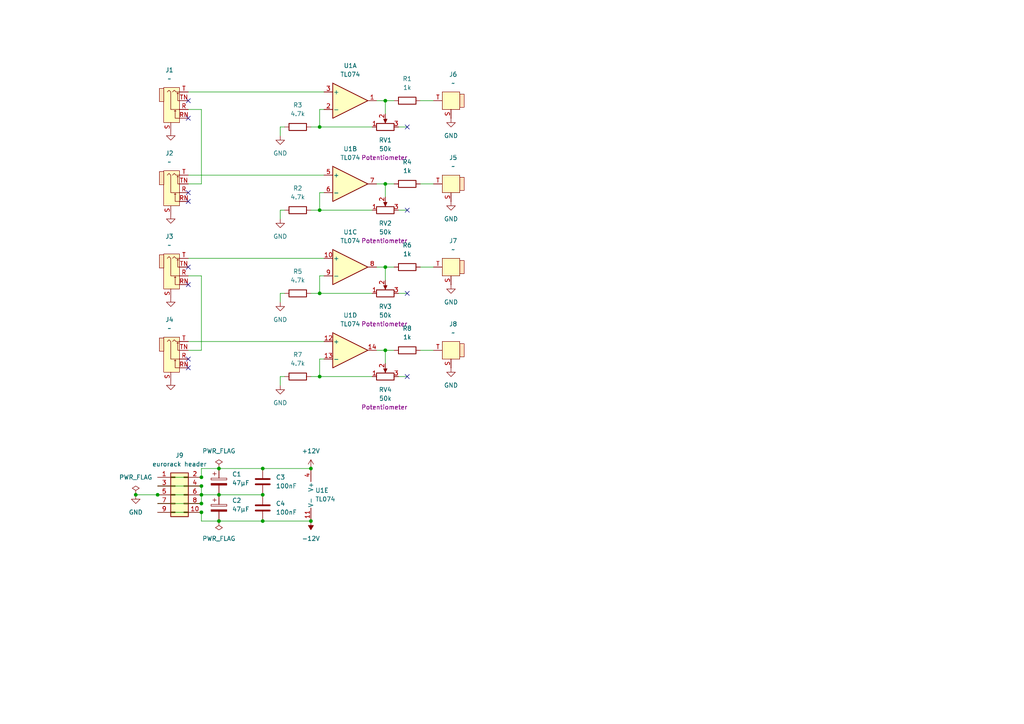
<source format=kicad_sch>
(kicad_sch (version 20250114) (generator "eeschema") (generator_version "9.0")
  (paper "A4")
  (lib_symbols
    (symbol "Amplifier_Operational:TL074" (pin_names (offset 0.127))
      (property "Reference" "U" (at 0 5.08 0))
      (property "Value" "TL074" (at 0 -5.08 0))
      (symbol "TL074_1_1"
        (polyline (pts (xy -5.08 5.08) (xy 5.08 0) (xy -5.08 -5.08) (xy -5.08 5.08)) (stroke (width 0.254)) (fill (type background)))
        (pin input line (at -7.62 2.54 0) (length 2.54) (name "+") (number "3"))
        (pin input line (at -7.62 -2.54 0) (length 2.54) (name "-") (number "2"))
        (pin output line (at 7.62 0 180) (length 2.54) (name "~") (number "1"))
      )
      (symbol "TL074_2_1"
        (polyline (pts (xy -5.08 5.08) (xy 5.08 0) (xy -5.08 -5.08) (xy -5.08 5.08)) (stroke (width 0.254)) (fill (type background)))
        (pin input line (at -7.62 2.54 0) (length 2.54) (name "+") (number "5"))
        (pin input line (at -7.62 -2.54 0) (length 2.54) (name "-") (number "6"))
        (pin output line (at 7.62 0 180) (length 2.54) (name "~") (number "7"))
      )
      (symbol "TL074_3_1"
        (polyline (pts (xy -5.08 5.08) (xy 5.08 0) (xy -5.08 -5.08) (xy -5.08 5.08)) (stroke (width 0.254)) (fill (type background)))
        (pin input line (at -7.62 2.54 0) (length 2.54) (name "+") (number "10"))
        (pin input line (at -7.62 -2.54 0) (length 2.54) (name "-") (number "9"))
        (pin output line (at 7.62 0 180) (length 2.54) (name "~") (number "8"))
      )
      (symbol "TL074_4_1"
        (polyline (pts (xy -5.08 5.08) (xy 5.08 0) (xy -5.08 -5.08) (xy -5.08 5.08)) (stroke (width 0.254)) (fill (type background)))
        (pin input line (at -7.62 2.54 0) (length 2.54) (name "+") (number "12"))
        (pin input line (at -7.62 -2.54 0) (length 2.54) (name "-") (number "13"))
        (pin output line (at 7.62 0 180) (length 2.54) (name "~") (number "14"))
      )
      (symbol "TL074_5_1"
        (pin power_in line (at -2.54 7.62 270) (length 3.81) (name "V+") (number "4"))
        (pin power_in line (at -2.54 -7.62 90) (length 3.81) (name "V-") (number "11"))
      )
    )
    (symbol "Connector_Generic:Conn_02x05_Odd_Even" (pin_names (offset 1.016) (hide yes))
      (property "Reference" "J" (at 1.27 7.62 0))
      (property "Value" "Conn_02x05_Odd_Even" (at 1.27 -7.62 0))
      (symbol "Conn_02x05_Odd_Even_1_1"
        (rectangle (start -1.27 6.35) (end 3.81 -6.35) (stroke (width 0.254)) (fill (type background)))
        (rectangle (start -1.27 5.207) (end 0 4.953) (stroke (width 0.1524)))
        (rectangle (start -1.27 2.667) (end 0 2.413) (stroke (width 0.1524)))
        (rectangle (start -1.27 0.127) (end 0 -0.127) (stroke (width 0.1524)))
        (rectangle (start -1.27 -2.413) (end 0 -2.667) (stroke (width 0.1524)))
        (rectangle (start -1.27 -4.953) (end 0 -5.207) (stroke (width 0.1524)))
        (rectangle (start 3.81 5.207) (end 2.54 4.953) (stroke (width 0.1524)))
        (rectangle (start 3.81 2.667) (end 2.54 2.413) (stroke (width 0.1524)))
        (rectangle (start 3.81 0.127) (end 2.54 -0.127) (stroke (width 0.1524)))
        (rectangle (start 3.81 -2.413) (end 2.54 -2.667) (stroke (width 0.1524)))
        (rectangle (start 3.81 -4.953) (end 2.54 -5.207) (stroke (width 0.1524)))
        (pin passive line (at -5.08 5.08 0) (length 3.81) (name "Pin_1") (number "1"))
        (pin passive line (at -5.08 2.54 0) (length 3.81) (name "Pin_3") (number "3"))
        (pin passive line (at -5.08 0 0) (length 3.81) (name "Pin_5") (number "5"))
        (pin passive line (at -5.08 -2.54 0) (length 3.81) (name "Pin_7") (number "7"))
        (pin passive line (at -5.08 -5.08 0) (length 3.81) (name "Pin_9") (number "9"))
        (pin passive line (at 7.62 5.08 180) (length 3.81) (name "Pin_2") (number "2"))
        (pin passive line (at 7.62 2.54 180) (length 3.81) (name "Pin_4") (number "4"))
        (pin passive line (at 7.62 0 180) (length 3.81) (name "Pin_6") (number "6"))
        (pin passive line (at 7.62 -2.54 180) (length 3.81) (name "Pin_8") (number "8"))
        (pin passive line (at 7.62 -5.08 180) (length 3.81) (name "Pin_10") (number "10"))
      )
    )
    (symbol "Device:C" (pin_numbers (hide yes)) (pin_names (offset 0.254))
      (property "Reference" "C" (at 0.635 2.54 0))
      (property "Value" "C" (at 0.635 -2.54 0))
      (symbol "C_0_1"
        (polyline (pts (xy -2.032 0.762) (xy 2.032 0.762)) (stroke (width 0.508)))
        (polyline (pts (xy -2.032 -0.762) (xy 2.032 -0.762)) (stroke (width 0.508)))
      )
      (symbol "C_1_1"
        (pin passive line (at 0 3.81 270) (length 2.794) (name "~") (number "1"))
        (pin passive line (at 0 -3.81 90) (length 2.794) (name "~") (number "2"))
      )
    )
    (symbol "Device:C_Polarized" (pin_numbers (hide yes)) (pin_names (offset 0.254))
      (property "Reference" "C" (at 0.635 2.54 0))
      (property "Value" "C_Polarized" (at 0.635 -2.54 0))
      (symbol "C_Polarized_0_1"
        (rectangle (start -2.286 0.508) (end 2.286 1.016))
        (polyline (pts (xy -1.778 2.286) (xy -0.762 2.286)))
        (polyline (pts (xy -1.27 2.794) (xy -1.27 1.778)))
        (rectangle (start 2.286 -0.508) (end -2.286 -1.016) (fill (type outline)))
      )
      (symbol "C_Polarized_1_1"
        (pin passive line (at 0 3.81 270) (length 2.794) (name "~") (number "1"))
        (pin passive line (at 0 -3.81 90) (length 2.794) (name "~") (number "2"))
      )
    )
    (symbol "Device:R" (pin_numbers (hide yes)) (pin_names (offset 0))
      (property "Reference" "R" (at 2.032 0 90))
      (property "Value" "R" (at 0 0 90))
      (symbol "R_0_1"
        (rectangle (start -1.016 -2.54) (end 1.016 2.54) (stroke (width 0.254)))
      )
      (symbol "R_1_1"
        (pin passive line (at 0 3.81 270) (length 1.27) (name "~") (number "1"))
        (pin passive line (at 0 -3.81 90) (length 1.27) (name "~") (number "2"))
      )
    )
    (symbol "Device:R_Potentiometer" (pin_names (offset 1.016) (hide yes))
      (property "Reference" "RV" (at -4.445 0 90))
      (property "Value" "R_Potentiometer" (at -2.54 0 90))
      (symbol "R_Potentiometer_0_1"
        (rectangle (start 1.016 2.54) (end -1.016 -2.54) (stroke (width 0.254)))
        (polyline (pts (xy 1.143 0) (xy 2.286 0.508) (xy 2.286 -0.508) (xy 1.143 0)) (fill (type outline)))
        (polyline (pts (xy 2.54 0) (xy 1.524 0)))
      )
      (symbol "R_Potentiometer_1_1"
        (pin passive line (at 0 3.81 270) (length 1.27) (name "1") (number "1"))
        (pin passive line (at 0 -3.81 90) (length 1.27) (name "3") (number "3"))
        (pin passive line (at 3.81 0 180) (length 1.27) (name "2") (number "2"))
      )
    )
    (symbol "cynthia:6.35_mm_jack_socket_mono" (pin_names (offset 0) (hide yes))
      (property "Reference" "J" (at 0 4.064 0))
      (symbol "6.35_mm_jack_socket_mono_1_1"
        (rectangle (start -3.81 1.905) (end -2.54 -1.905) (fill (type color) (color 255 229 191 1)))
        (rectangle (start -2.54 2.54) (end 2.54 -2.54) (fill (type color) (color 255 255 194 1)))
        (pin passive line (at 0 -5.08 90) (length 2.54) (name "S") (number "S"))
        (pin output line (at 5.08 0 180) (length 2.54) (name "T") (number "T"))
      )
    )
    (symbol "cynthia:6.35_mm_jack_socket_stereo_switched" (pin_names (offset 0) (hide yes))
      (property "Reference" "J" (at 0 4.064 0))
      (symbol "6.35_mm_jack_socket_stereo_switched_0_1"
        (polyline (pts (xy 2.54 1.27) (xy 1.524 1.27) (xy 1.27 1.524) (xy 1.016 1.778) (xy 0.508 1.27)))
        (polyline (pts (xy 2.54 -1.27) (xy 2.032 -1.27) (xy 2.032 1.016) (xy 1.778 0.762) (xy 2.032 1.016) (xy 2.286 0.762)))
        (polyline (pts (xy 2.54 -3.81) (xy 0 -3.81) (xy 0 1.27) (xy -0.508 1.778) (xy -1.016 1.27)))
        (polyline (pts (xy 2.54 -6.35) (xy 1.27 -6.35) (xy 1.27 -4.064) (xy 1.016 -4.318) (xy 1.27 -4.064) (xy 1.524 -4.318)))
      )
      (symbol "6.35_mm_jack_socket_stereo_switched_1_1"
        (rectangle (start -3.302 2.286) (end -2.032 -1.524) (fill (type color) (color 255 229 191 1)))
        (rectangle (start -2.032 2.54) (end 2.54 -7.62) (fill (type color) (color 255 255 194 1)))
        (pin passive line (at 0 -10.16 90) (length 2.54) (name "S") (number "S"))
        (pin bidirectional line (at 5.08 1.27 180) (length 2.54) (name "T") (number "T"))
        (pin bidirectional line (at 5.08 -1.27 180) (length 2.54) (name "TN") (number "TN"))
        (pin bidirectional line (at 5.08 -3.81 180) (length 2.54) (name "R") (number "R"))
        (pin bidirectional line (at 5.08 -6.35 180) (length 2.54) (name "RN") (number "RN"))
      )
    )
    (symbol "power:+12V" (power) (pin_numbers (hide yes)) (pin_names (offset 0) (hide yes))
      (property "Value" "+12V" (at 0 3.556 0))
      (symbol "+12V_0_1"
        (polyline (pts (xy -0.762 1.27) (xy 0 2.54)))
        (polyline (pts (xy 0 2.54) (xy 0.762 1.27)))
        (polyline (pts (xy 0 0) (xy 0 2.54)))
      )
      (symbol "+12V_1_1"
        (pin power_in line (at 0 0 90) (length 0) (name "~") (number "1"))
      )
    )
    (symbol "power:-12V" (power) (pin_numbers (hide yes)) (pin_names (offset 0) (hide yes))
      (property "Value" "-12V" (at 0 3.556 0))
      (symbol "-12V_0_0"
        (pin power_in line (at 0 0 90) (length 0) (name "~") (number "1"))
      )
      (symbol "-12V_0_1"
        (polyline (pts (xy 0 0) (xy 0 1.27) (xy 0.762 1.27) (xy 0 2.54) (xy -0.762 1.27) (xy 0 1.27)) (fill (type outline)))
      )
    )
    (symbol "power:GND" (power) (pin_numbers (hide yes)) (pin_names (offset 0) (hide yes))
      (property "Value" "GND" (at 0 -3.81 0))
      (symbol "GND_0_1"
        (polyline (pts (xy 0 0) (xy 0 -1.27) (xy 1.27 -1.27) (xy 0 -2.54) (xy -1.27 -1.27) (xy 0 -1.27)))
      )
      (symbol "GND_1_1"
        (pin power_in line (at 0 0 270) (length 0) (name "~") (number "1"))
      )
    )
    (symbol "power:PWR_FLAG" (power) (pin_numbers (hide yes)) (pin_names (offset 0) (hide yes))
      (property "Value" "PWR_FLAG" (at 0 3.81 0))
      (symbol "PWR_FLAG_0_0"
        (pin power_out line (at 0 0 90) (length 0) (name "~") (number "1"))
      )
      (symbol "PWR_FLAG_0_1"
        (polyline (pts (xy 0 0) (xy 0 1.27) (xy -1.016 1.905) (xy 0 2.54) (xy 1.016 1.905) (xy 0 1.27)))
      )
    )
  )
  (junction (at 58.42 148.59))
  (junction (at 76.2 143.51))
  (junction (at 90.17 151.13))
  (junction (at 63.5 151.13))
  (junction (at 92.71 109.22))
  (junction (at 90.17 135.89))
  (junction (at 63.5 143.51))
  (junction (at 92.71 36.83))
  (junction (at 111.76 29.21))
  (junction (at 63.5 135.89))
  (junction (at 111.76 53.34))
  (junction (at 58.42 143.51))
  (junction (at 76.2 151.13))
  (junction (at 92.71 85.09))
  (junction (at 111.76 77.47))
  (junction (at 39.37 143.51))
  (junction (at 111.76 101.6))
  (junction (at 92.71 60.96))
  (junction (at 58.42 140.97))
  (junction (at 58.42 146.05))
  (junction (at 45.72 143.51))
  (junction (at 58.42 138.43))
  (junction (at 76.2 135.89))
  (no_connect (at 54.61 106.68))
  (no_connect (at 54.61 58.42))
  (no_connect (at 118.11 60.96))
  (no_connect (at 54.61 104.14))
  (no_connect (at 118.11 109.22))
  (no_connect (at 54.61 77.47))
  (no_connect (at 54.61 29.21))
  (no_connect (at 54.61 82.55))
  (no_connect (at 54.61 34.29))
  (no_connect (at 118.11 36.83))
  (no_connect (at 54.61 55.88))
  (no_connect (at 118.11 85.09))
  (wire (pts (xy 92.71 36.83) (xy 107.95 36.83)))
  (wire (pts (xy 115.57 60.96) (xy 118.11 60.96)))
  (wire (pts (xy 54.61 26.67) (xy 93.98 26.67)))
  (wire (pts (xy 114.3 53.34) (xy 111.76 53.34)))
  (wire (pts (xy 54.61 31.75) (xy 58.42 31.75)))
  (wire (pts (xy 81.28 111.76) (xy 81.28 109.22)))
  (wire (pts (xy 111.76 101.6) (xy 111.76 105.41)))
  (wire (pts (xy 111.76 77.47) (xy 109.22 77.47)))
  (wire (pts (xy 45.72 146.05) (xy 58.42 146.05)))
  (wire (pts (xy 63.5 151.13) (xy 76.2 151.13)))
  (wire (pts (xy 39.37 143.51) (xy 45.72 143.51)))
  (wire (pts (xy 58.42 146.05) (xy 58.42 143.51)))
  (wire (pts (xy 92.71 104.14) (xy 92.71 109.22)))
  (wire (pts (xy 58.42 135.89) (xy 63.5 135.89)))
  (wire (pts (xy 115.57 36.83) (xy 118.11 36.83)))
  (wire (pts (xy 92.71 85.09) (xy 107.95 85.09)))
  (wire (pts (xy 63.5 143.51) (xy 76.2 143.51)))
  (wire (pts (xy 54.61 50.8) (xy 93.98 50.8)))
  (wire (pts (xy 115.57 109.22) (xy 118.11 109.22)))
  (wire (pts (xy 92.71 80.01) (xy 93.98 80.01)))
  (wire (pts (xy 92.71 55.88) (xy 93.98 55.88)))
  (wire (pts (xy 114.3 101.6) (xy 111.76 101.6)))
  (wire (pts (xy 90.17 36.83) (xy 92.71 36.83)))
  (wire (pts (xy 92.71 104.14) (xy 93.98 104.14)))
  (wire (pts (xy 111.76 29.21) (xy 109.22 29.21)))
  (wire (pts (xy 125.73 77.47) (xy 121.92 77.47)))
  (wire (pts (xy 111.76 77.47) (xy 111.76 81.28)))
  (wire (pts (xy 81.28 60.96) (xy 82.55 60.96)))
  (wire (pts (xy 58.42 135.89) (xy 58.42 138.43)))
  (wire (pts (xy 111.76 53.34) (xy 111.76 57.15)))
  (wire (pts (xy 54.61 74.93) (xy 93.98 74.93)))
  (wire (pts (xy 81.28 109.22) (xy 82.55 109.22)))
  (wire (pts (xy 76.2 135.89) (xy 90.17 135.89)))
  (wire (pts (xy 81.28 85.09) (xy 82.55 85.09)))
  (wire (pts (xy 45.72 143.51) (xy 58.42 143.51)))
  (wire (pts (xy 76.2 151.13) (xy 90.17 151.13)))
  (wire (pts (xy 90.17 85.09) (xy 92.71 85.09)))
  (wire (pts (xy 45.72 138.43) (xy 58.42 138.43)))
  (wire (pts (xy 58.42 143.51) (xy 63.5 143.51)))
  (wire (pts (xy 54.61 80.01) (xy 58.42 80.01)))
  (wire (pts (xy 111.76 101.6) (xy 109.22 101.6)))
  (wire (pts (xy 90.17 60.96) (xy 92.71 60.96)))
  (wire (pts (xy 114.3 77.47) (xy 111.76 77.47)))
  (wire (pts (xy 92.71 31.75) (xy 93.98 31.75)))
  (wire (pts (xy 58.42 80.01) (xy 58.42 101.6)))
  (wire (pts (xy 92.71 55.88) (xy 92.71 60.96)))
  (wire (pts (xy 111.76 29.21) (xy 111.76 33.02)))
  (wire (pts (xy 58.42 101.6) (xy 54.61 101.6)))
  (wire (pts (xy 92.71 109.22) (xy 107.95 109.22)))
  (wire (pts (xy 54.61 99.06) (xy 93.98 99.06)))
  (wire (pts (xy 111.76 53.34) (xy 109.22 53.34)))
  (wire (pts (xy 115.57 85.09) (xy 118.11 85.09)))
  (wire (pts (xy 58.42 143.51) (xy 58.42 140.97)))
  (wire (pts (xy 81.28 87.63) (xy 81.28 85.09)))
  (wire (pts (xy 45.72 140.97) (xy 58.42 140.97)))
  (wire (pts (xy 121.92 53.34) (xy 125.73 53.34)))
  (wire (pts (xy 58.42 151.13) (xy 63.5 151.13)))
  (wire (pts (xy 81.28 36.83) (xy 82.55 36.83)))
  (wire (pts (xy 90.17 109.22) (xy 92.71 109.22)))
  (wire (pts (xy 125.73 101.6) (xy 121.92 101.6)))
  (wire (pts (xy 58.42 148.59) (xy 58.42 151.13)))
  (wire (pts (xy 92.71 60.96) (xy 107.95 60.96)))
  (wire (pts (xy 92.71 31.75) (xy 92.71 36.83)))
  (wire (pts (xy 125.73 29.21) (xy 121.92 29.21)))
  (wire (pts (xy 58.42 53.34) (xy 54.61 53.34)))
  (wire (pts (xy 58.42 31.75) (xy 58.42 53.34)))
  (wire (pts (xy 114.3 29.21) (xy 111.76 29.21)))
  (wire (pts (xy 81.28 63.5) (xy 81.28 60.96)))
  (wire (pts (xy 92.71 80.01) (xy 92.71 85.09)))
  (wire (pts (xy 81.28 39.37) (xy 81.28 36.83)))
  (wire (pts (xy 45.72 148.59) (xy 58.42 148.59)))
  (wire (pts (xy 63.5 135.89) (xy 76.2 135.89)))
  (symbol (lib_id "power:-12V") (at 90.17 151.13 180) (unit 1)
    (property "Reference" "#PWR015" (effects (hide yes)))
    (property "Value" "-12V" (at 90.17 156.21 0))
    (property "Description" "Power symbol creates a global label with name \"-12V\"" (effects (hide yes)))
  )
  (symbol (lib_id "power:GND") (at 39.37 143.51 0) (unit 1)
    (property "Reference" "#PWR013" (effects (hide yes)))
    (property "Value" "GND" (at 39.37 148.59 0))
    (property "Description" "Power symbol creates a global label with name \"GND\" , ground" (effects (hide yes)))
  )
  (symbol (lib_id "Device:R") (at 118.11 53.34 90) (unit 1)
    (property "Reference" "R4" (at 118.11 46.99 90))
    (property "Value" "1k" (at 118.11 49.53 90))
    (property "Description" "Resistor" (effects (hide yes)))
  )
  (symbol (lib_id "Amplifier_Operational:TL074") (at 101.6 101.6 0) (unit 4)
    (property "Reference" "U1" (at 101.6 91.44 0))
    (property "Value" "TL074" (at 101.6 93.98 0))
    (property "Footprint" "Package_DIP:DIP-14_W7.62mm_Socket" (effects (hide yes)))
    (property "Datasheet" "http://www.ti.com/lit/ds/symlink/tl071.pdf" (effects (hide yes)))
    (property "Description" "Quad Low-Noise JFET-Input Operational Amplifiers, DIP-14/SOIC-14" (effects (hide yes)))
  )
  (symbol (lib_id "cynthia:6.35_mm_jack_socket_mono") (at 130.81 29.21 0) (mirror y) (unit 1)
    (property "Reference" "J6" (at 131.445 21.59 0))
    (property "Value" "~" (at 131.445 24.13 0))
  )
  (symbol (lib_id "Device:R") (at 118.11 29.21 90) (unit 1)
    (property "Reference" "R1" (at 118.11 22.86 90))
    (property "Value" "1k" (at 118.11 25.4 90))
    (property "Description" "Resistor" (effects (hide yes)))
  )
  (symbol (lib_id "power:GND") (at 81.28 111.76 0) (unit 1)
    (property "Reference" "#PWR04" (effects (hide yes)))
    (property "Value" "GND" (at 81.28 116.84 0))
    (property "Description" "Power symbol creates a global label with name \"GND\" , ground" (effects (hide yes)))
  )
  (symbol (lib_id "cynthia:6.35_mm_jack_socket_mono") (at 130.81 101.6 0) (mirror y) (unit 1)
    (property "Reference" "J8" (at 131.445 93.98 0))
    (property "Value" "~" (at 131.445 96.52 0))
  )
  (symbol (lib_id "cynthia:6.35_mm_jack_socket_mono") (at 130.81 77.47 0) (mirror y) (unit 1)
    (property "Reference" "J7" (at 131.445 69.85 0))
    (property "Value" "~" (at 131.445 72.39 0))
  )
  (symbol (lib_id "power:GND") (at 49.53 86.36 0) (unit 1)
    (property "Reference" "#PWR07" (effects (hide yes)))
    (property "Value" "GND" (effects (hide yes)))
    (property "Description" "Power symbol creates a global label with name \"GND\" , ground" (effects (hide yes)))
  )
  (symbol (lib_id "power:GND") (at 81.28 39.37 0) (unit 1)
    (property "Reference" "#PWR01" (effects (hide yes)))
    (property "Value" "GND" (at 81.28 44.45 0))
    (property "Description" "Power symbol creates a global label with name \"GND\" , ground" (effects (hide yes)))
  )
  (symbol (lib_id "power:GND") (at 49.53 62.23 0) (unit 1)
    (property "Reference" "#PWR06" (effects (hide yes)))
    (property "Value" "GND" (effects (hide yes)))
    (property "Description" "Power symbol creates a global label with name \"GND\" , ground" (effects (hide yes)))
  )
  (symbol (lib_id "Device:C") (at 76.2 139.7 0) (unit 1)
    (property "Reference" "C3" (at 80.01 138.4299 0) (effects (justify left)))
    (property "Value" "100nF" (at 80.01 140.9699 0) (effects (justify left)))
    (property "Description" "Unpolarized capacitor" (effects (hide yes)))
  )
  (symbol (lib_id "cynthia:6.35_mm_jack_socket_stereo_switched") (at 49.53 100.33 0) (unit 1)
    (property "Reference" "J4" (at 49.149 92.71 0))
    (property "Value" "~" (at 49.149 95.25 0))
  )
  (symbol (lib_id "power:GND") (at 130.81 58.42 0) (unit 1)
    (property "Reference" "#PWR010" (effects (hide yes)))
    (property "Value" "GND" (at 130.81 63.5 0))
    (property "Description" "Power symbol creates a global label with name \"GND\" , ground" (effects (hide yes)))
  )
  (symbol (lib_id "Amplifier_Operational:TL074") (at 101.6 53.34 0) (unit 2)
    (property "Reference" "U1" (at 101.6 43.18 0))
    (property "Value" "TL074" (at 101.6 45.72 0))
    (property "Footprint" "Package_DIP:DIP-14_W7.62mm_Socket" (effects (hide yes)))
    (property "Datasheet" "http://www.ti.com/lit/ds/symlink/tl071.pdf" (effects (hide yes)))
    (property "Description" "Quad Low-Noise JFET-Input Operational Amplifiers, DIP-14/SOIC-14" (effects (hide yes)))
  )
  (symbol (lib_id "Device:R") (at 118.11 101.6 90) (unit 1)
    (property "Reference" "R8" (at 118.11 95.25 90))
    (property "Value" "1k" (at 118.11 97.79 90))
    (property "Description" "Resistor" (effects (hide yes)))
  )
  (symbol (lib_id "power:GND") (at 130.81 82.55 0) (unit 1)
    (property "Reference" "#PWR011" (effects (hide yes)))
    (property "Value" "GND" (at 130.81 87.63 0))
    (property "Description" "Power symbol creates a global label with name \"GND\" , ground" (effects (hide yes)))
  )
  (symbol (lib_id "Connector_Generic:Conn_02x05_Odd_Even") (at 50.8 143.51 0) (unit 1)
    (property "Reference" "J9" (at 52.07 132.08 0))
    (property "Value" "eurorack header" (at 52.07 134.62 0))
    (property "Description" "Generic connector, double row, 02x05, odd/even pin numbering scheme (row 1 odd numbers, row 2 even numbers), script generated (kicad-library-utils/schlib/autogen/connector/)" (effects (hide yes)))
  )
  (symbol (lib_id "Device:R_Potentiometer") (at 111.76 60.96 90) (unit 1)
    (property "Reference" "RV2" (at 111.76 64.77 90))
    (property "Value" "50k" (at 111.76 67.31 90))
    (property "Description" "Potentiometer" (at 111.506 69.85 90))
  )
  (symbol (lib_id "Device:R_Potentiometer") (at 111.76 109.22 90) (unit 1)
    (property "Reference" "RV4" (at 111.76 113.03 90))
    (property "Value" "50k" (at 111.76 115.57 90))
    (property "Description" "Potentiometer" (at 111.506 118.11 90))
  )
  (symbol (lib_id "cynthia:6.35_mm_jack_socket_stereo_switched") (at 49.53 27.94 0) (unit 1)
    (property "Reference" "J1" (at 49.149 20.32 0))
    (property "Value" "~" (at 49.149 22.86 0))
  )
  (symbol (lib_id "Device:R") (at 86.36 85.09 270) (unit 1)
    (property "Reference" "R5" (at 86.36 78.74 90))
    (property "Value" "4.7k" (at 86.36 81.28 90))
    (property "Description" "Resistor" (effects (hide yes)))
  )
  (symbol (lib_id "cynthia:6.35_mm_jack_socket_stereo_switched") (at 49.53 76.2 0) (unit 1)
    (property "Reference" "J3" (at 49.149 68.58 0))
    (property "Value" "~" (at 49.149 71.12 0))
  )
  (symbol (lib_id "power:PWR_FLAG") (at 63.5 151.13 180) (unit 1)
    (property "Reference" "#FLG02" (effects (hide yes)))
    (property "Value" "PWR_FLAG" (at 63.5 156.21 0))
    (property "Description" "Special symbol for telling ERC where power comes from" (effects (hide yes)))
  )
  (symbol (lib_id "Device:R") (at 118.11 77.47 90) (unit 1)
    (property "Reference" "R6" (at 118.11 71.12 90))
    (property "Value" "1k" (at 118.11 73.66 90))
    (property "Description" "Resistor" (effects (hide yes)))
  )
  (symbol (lib_id "power:GND") (at 130.81 34.29 0) (unit 1)
    (property "Reference" "#PWR09" (effects (hide yes)))
    (property "Value" "GND" (at 130.81 39.37 0))
    (property "Description" "Power symbol creates a global label with name \"GND\" , ground" (effects (hide yes)))
  )
  (symbol (lib_id "Device:R") (at 86.36 36.83 270) (unit 1)
    (property "Reference" "R3" (at 86.36 30.48 90))
    (property "Value" "4.7k" (at 86.36 33.02 90))
    (property "Description" "Resistor" (effects (hide yes)))
  )
  (symbol (lib_id "Device:C_Polarized") (at 63.5 139.7 0) (unit 1)
    (property "Reference" "C1" (at 67.31 137.5409 0) (effects (justify left)))
    (property "Value" "47μF" (at 67.31 140.0809 0) (effects (justify left)))
    (property "Description" "Polarized capacitor" (effects (hide yes)))
  )
  (symbol (lib_id "power:+12V") (at 90.17 135.89 0) (unit 1)
    (property "Reference" "#PWR014" (effects (hide yes)))
    (property "Value" "+12V" (at 90.17 130.81 0))
    (property "Description" "Power symbol creates a global label with name \"+12V\"" (effects (hide yes)))
  )
  (symbol (lib_id "power:GND") (at 81.28 87.63 0) (unit 1)
    (property "Reference" "#PWR03" (effects (hide yes)))
    (property "Value" "GND" (at 81.28 92.71 0))
    (property "Description" "Power symbol creates a global label with name \"GND\" , ground" (effects (hide yes)))
  )
  (symbol (lib_id "Device:C_Polarized") (at 63.5 147.32 0) (unit 1)
    (property "Reference" "C2" (at 67.31 145.1609 0) (effects (justify left)))
    (property "Value" "47μF" (at 67.31 147.7009 0) (effects (justify left)))
    (property "Description" "Polarized capacitor" (effects (hide yes)))
  )
  (symbol (lib_id "Device:C") (at 76.2 147.32 0) (unit 1)
    (property "Reference" "C4" (at 80.01 146.0499 0) (effects (justify left)))
    (property "Value" "100nF" (at 80.01 148.5899 0) (effects (justify left)))
    (property "Description" "Unpolarized capacitor" (effects (hide yes)))
  )
  (symbol (lib_id "power:GND") (at 81.28 63.5 0) (unit 1)
    (property "Reference" "#PWR02" (effects (hide yes)))
    (property "Value" "GND" (at 81.28 68.58 0))
    (property "Description" "Power symbol creates a global label with name \"GND\" , ground" (effects (hide yes)))
  )
  (symbol (lib_id "power:GND") (at 49.53 110.49 0) (unit 1)
    (property "Reference" "#PWR08" (effects (hide yes)))
    (property "Value" "GND" (effects (hide yes)))
    (property "Description" "Power symbol creates a global label with name \"GND\" , ground" (effects (hide yes)))
  )
  (symbol (lib_id "Device:R") (at 86.36 60.96 270) (unit 1)
    (property "Reference" "R2" (at 86.36 54.61 90))
    (property "Value" "4.7k" (at 86.36 57.15 90))
    (property "Description" "Resistor" (effects (hide yes)))
  )
  (symbol (lib_id "Amplifier_Operational:TL074") (at 101.6 77.47 0) (unit 3)
    (property "Reference" "U1" (at 101.6 67.31 0))
    (property "Value" "TL074" (at 101.6 69.85 0))
    (property "Footprint" "Package_DIP:DIP-14_W7.62mm_Socket" (effects (hide yes)))
    (property "Datasheet" "http://www.ti.com/lit/ds/symlink/tl071.pdf" (effects (hide yes)))
    (property "Description" "Quad Low-Noise JFET-Input Operational Amplifiers, DIP-14/SOIC-14" (effects (hide yes)))
  )
  (symbol (lib_id "power:PWR_FLAG") (at 39.37 143.51 0) (unit 1)
    (property "Reference" "#FLG03" (effects (hide yes)))
    (property "Value" "PWR_FLAG" (at 39.37 138.43 0))
    (property "Description" "Special symbol for telling ERC where power comes from" (effects (hide yes)))
  )
  (symbol (lib_id "cynthia:6.35_mm_jack_socket_mono") (at 130.81 53.34 0) (mirror y) (unit 1)
    (property "Reference" "J5" (at 131.445 45.72 0))
    (property "Value" "~" (at 131.445 48.26 0))
  )
  (symbol (lib_id "Amplifier_Operational:TL074") (at 101.6 29.21 0) (unit 1)
    (property "Reference" "U1" (at 101.6 19.05 0))
    (property "Value" "TL074" (at 101.6 21.59 0))
    (property "Footprint" "Package_DIP:DIP-14_W7.62mm_Socket" (effects (hide yes)))
    (property "Datasheet" "http://www.ti.com/lit/ds/symlink/tl071.pdf" (effects (hide yes)))
    (property "Description" "Quad Low-Noise JFET-Input Operational Amplifiers, DIP-14/SOIC-14" (effects (hide yes)))
  )
  (symbol (lib_id "power:GND") (at 130.81 106.68 0) (unit 1)
    (property "Reference" "#PWR012" (effects (hide yes)))
    (property "Value" "GND" (at 130.81 111.76 0))
    (property "Description" "Power symbol creates a global label with name \"GND\" , ground" (effects (hide yes)))
  )
  (symbol (lib_id "Device:R_Potentiometer") (at 111.76 36.83 90) (unit 1)
    (property "Reference" "RV1" (at 111.76 40.64 90))
    (property "Value" "50k" (at 111.76 43.18 90))
    (property "Description" "Potentiometer" (at 111.506 45.72 90))
  )
  (symbol (lib_id "Device:R_Potentiometer") (at 111.76 85.09 90) (unit 1)
    (property "Reference" "RV3" (at 111.76 88.9 90))
    (property "Value" "50k" (at 111.76 91.44 90))
    (property "Description" "Potentiometer" (at 111.506 93.98 90))
  )
  (symbol (lib_id "Device:R") (at 86.36 109.22 270) (unit 1)
    (property "Reference" "R7" (at 86.36 102.87 90))
    (property "Value" "4.7k" (at 86.36 105.41 90))
    (property "Description" "Resistor" (effects (hide yes)))
  )
  (symbol (lib_id "power:GND") (at 49.53 38.1 0) (unit 1)
    (property "Reference" "#PWR05" (effects (hide yes)))
    (property "Value" "GND" (effects (hide yes)))
    (property "Description" "Power symbol creates a global label with name \"GND\" , ground" (effects (hide yes)))
  )
  (symbol (lib_id "power:PWR_FLAG") (at 63.5 135.89 0) (unit 1)
    (property "Reference" "#FLG01" (effects (hide yes)))
    (property "Value" "PWR_FLAG" (at 63.5 130.81 0))
    (property "Description" "Special symbol for telling ERC where power comes from" (effects (hide yes)))
  )
  (symbol (lib_id "cynthia:6.35_mm_jack_socket_stereo_switched") (at 49.53 52.07 0) (unit 1)
    (property "Reference" "J2" (at 49.149 44.45 0))
    (property "Value" "~" (at 49.149 46.99 0))
  )
  (symbol (lib_id "Amplifier_Operational:TL074") (at 92.71 143.51 0) (unit 5)
    (property "Reference" "U1" (at 91.44 142.2399 0) (effects (justify left)))
    (property "Value" "TL074" (at 91.44 144.7799 0) (effects (justify left)))
    (property "Footprint" "Package_DIP:DIP-14_W7.62mm_Socket" (effects (hide yes)))
    (property "Datasheet" "http://www.ti.com/lit/ds/symlink/tl071.pdf" (effects (hide yes)))
    (property "Description" "Quad Low-Noise JFET-Input Operational Amplifiers, DIP-14/SOIC-14" (effects (hide yes)))
  )
)
</source>
